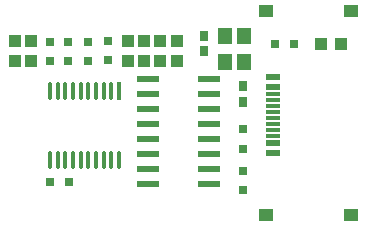
<source format=gtp>
%FSLAX25Y25*%
%MOIN*%
G70*
G01*
G75*
G04 Layer_Color=8421504*
%ADD10O,0.01575X0.05906*%
%ADD11R,0.01575X0.05906*%
%ADD12R,0.03937X0.04331*%
%ADD13R,0.03000X0.03000*%
%ADD14R,0.02756X0.03543*%
%ADD15R,0.07480X0.02362*%
%ADD16R,0.04528X0.01181*%
%ADD17R,0.04528X0.02362*%
%ADD18R,0.04724X0.03937*%
%ADD19R,0.04528X0.05512*%
%ADD20R,0.03000X0.03000*%
%ADD21R,0.04331X0.03937*%
%ADD22C,0.00600*%
%ADD23C,0.01000*%
%ADD24O,0.08263X0.03937*%
%ADD25O,0.07082X0.03937*%
%ADD26C,0.02559*%
%ADD27C,0.05906*%
%ADD28R,0.05906X0.05906*%
%ADD29R,0.05906X0.05906*%
%ADD30C,0.02000*%
%ADD31C,0.00394*%
%ADD32C,0.02362*%
%ADD33C,0.00984*%
%ADD34C,0.01181*%
%ADD35C,0.00787*%
%ADD36C,0.00197*%
%ADD37C,0.00800*%
%ADD38C,0.00100*%
%ADD39C,0.00300*%
D10*
X482168Y200572D02*
D03*
X484727Y200572D02*
D03*
X487287D02*
D03*
X489846Y200572D02*
D03*
X492405D02*
D03*
X494964D02*
D03*
X497523D02*
D03*
X500082D02*
D03*
X502641D02*
D03*
X505200Y200572D02*
D03*
X482168Y223800D02*
D03*
X484727D02*
D03*
X487287D02*
D03*
X489846D02*
D03*
X492405D02*
D03*
X494964D02*
D03*
X497523D02*
D03*
X500082D02*
D03*
X502641D02*
D03*
D11*
X505200D02*
D03*
D12*
X508100Y240346D02*
D03*
Y233654D02*
D03*
X513500Y240346D02*
D03*
Y233654D02*
D03*
X519000Y240346D02*
D03*
Y233654D02*
D03*
X524400Y240346D02*
D03*
Y233654D02*
D03*
X475800Y240346D02*
D03*
Y233654D02*
D03*
X470400Y240346D02*
D03*
Y233654D02*
D03*
D13*
X501535Y240318D02*
D03*
Y233818D02*
D03*
X494935Y240118D02*
D03*
Y233618D02*
D03*
X488335Y240118D02*
D03*
Y233618D02*
D03*
X482335Y240118D02*
D03*
Y233618D02*
D03*
X546600Y204350D02*
D03*
X546600Y210850D02*
D03*
Y197050D02*
D03*
X546600Y190550D02*
D03*
D14*
X546600Y220041D02*
D03*
Y225159D02*
D03*
X533400Y241959D02*
D03*
Y236841D02*
D03*
D15*
X514862Y227500D02*
D03*
Y222500D02*
D03*
Y217500D02*
D03*
Y212500D02*
D03*
Y207500D02*
D03*
Y202500D02*
D03*
Y197500D02*
D03*
Y192500D02*
D03*
X535138Y227500D02*
D03*
Y222500D02*
D03*
Y217500D02*
D03*
Y212500D02*
D03*
Y207500D02*
D03*
Y202500D02*
D03*
Y197500D02*
D03*
Y192500D02*
D03*
D16*
X556499Y208710D02*
D03*
Y210679D02*
D03*
Y212647D02*
D03*
Y214616D02*
D03*
Y216584D02*
D03*
Y218553D02*
D03*
Y220521D02*
D03*
Y222490D02*
D03*
D17*
Y225049D02*
D03*
Y228198D02*
D03*
Y206151D02*
D03*
Y203001D02*
D03*
D18*
X582373Y182400D02*
D03*
X554027D02*
D03*
X582373Y250200D02*
D03*
X554027D02*
D03*
D19*
X540450Y233269D02*
D03*
X546750Y241931D02*
D03*
X540450D02*
D03*
X546750Y233269D02*
D03*
D20*
X488650Y193200D02*
D03*
X482150Y193200D02*
D03*
X563650Y239400D02*
D03*
X557150Y239400D02*
D03*
D21*
X579346Y239400D02*
D03*
X572654D02*
D03*
M02*

</source>
